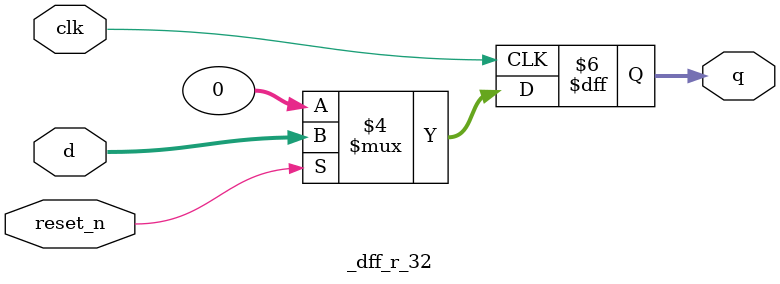
<source format=v>
module _dff_r_32(clk, reset_n, d, q); //32 input d flip flop with reset 
	input clk, reset_n;
	input [31:0]d; 
	output reg [31:0]q;

	always@(posedge clk) 
	begin 
		if(reset_n == 0) 
			q <= 32'b0; 
		else 
			q <= d; 
	end 
endmodule 
</source>
